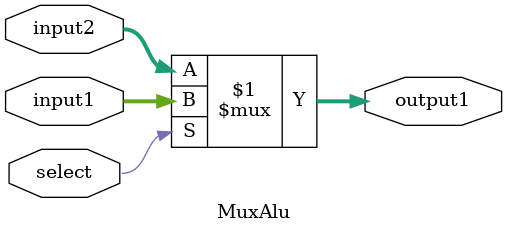
<source format=v>
module MuxAlu(
    input [31:0] input1,
    input [31:0] input2,
    input select,
    output [31:0] output1
    );
    assign output1=select?input1:input2;
endmodule
</source>
